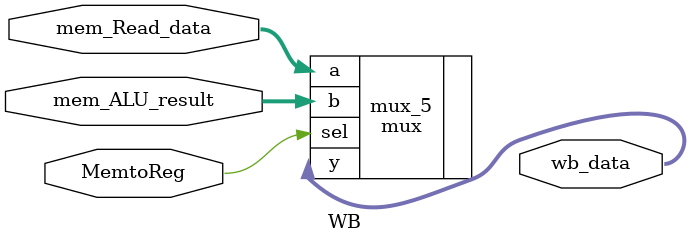
<source format=v>
`timescale 1ns / 1ps
/*
Names: Beverly Abadines (004737953), Kyle Lee (005054981)
Term: Spring 2016
Class: CSE 401
Module: WB.v
Lab: 5
Date: May 26th, 2016

The write-back stage consists of only one module: a multiplexer. Its output goes to reg.v as the input for write_data of I_DECODE. 
The inputs are mem_Read_data, mem_ALU_result, and MemtoReg which are the outputs of the MEM/WB latch.
*/
module WB(
	input 	wire [31:0]	mem_Read_data,
	input	wire [31:0]	mem_ALU_result,
	input 	wire 		MemtoReg,
	output	wire [31:0]	wb_data
    );
	 
	mux mux_5		(.y(wb_data), // output
				.a(mem_Read_data),
				.b(mem_ALU_result),
				.sel(MemtoReg));


endmodule

</source>
